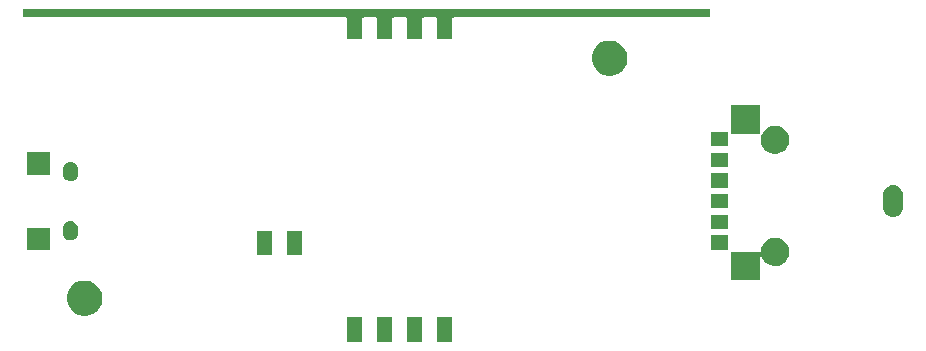
<source format=gts>
G04 #@! TF.FileFunction,Soldermask,Top*
%FSLAX46Y46*%
G04 Gerber Fmt 4.6, Leading zero omitted, Abs format (unit mm)*
G04 Created by KiCad (PCBNEW 4.0.2-stable) date 19/05/2016 18:52:09*
%MOMM*%
G01*
G04 APERTURE LIST*
%ADD10C,0.100000*%
G04 APERTURE END LIST*
D10*
G36*
X131300000Y-95680000D02*
X130000000Y-95680000D01*
X130000000Y-93580000D01*
X131300000Y-93580000D01*
X131300000Y-95680000D01*
X131300000Y-95680000D01*
G37*
G36*
X128760000Y-95680000D02*
X127460000Y-95680000D01*
X127460000Y-93580000D01*
X128760000Y-93580000D01*
X128760000Y-95680000D01*
X128760000Y-95680000D01*
G37*
G36*
X136380000Y-95680000D02*
X135080000Y-95680000D01*
X135080000Y-93580000D01*
X136380000Y-93580000D01*
X136380000Y-95680000D01*
X136380000Y-95680000D01*
G37*
G36*
X133840000Y-95680000D02*
X132540000Y-95680000D01*
X132540000Y-93580000D01*
X133840000Y-93580000D01*
X133840000Y-95680000D01*
X133840000Y-95680000D01*
G37*
G36*
X105407557Y-90470995D02*
X105695710Y-90530144D01*
X105966888Y-90644137D01*
X106210767Y-90808635D01*
X106418045Y-91017365D01*
X106580832Y-91262381D01*
X106692932Y-91534353D01*
X106749932Y-91822228D01*
X106749932Y-91822249D01*
X106750064Y-91822917D01*
X106745373Y-92158910D01*
X106745221Y-92159578D01*
X106745221Y-92159597D01*
X106680206Y-92445764D01*
X106560555Y-92714505D01*
X106390992Y-92954875D01*
X106177965Y-93157738D01*
X105929587Y-93315363D01*
X105655337Y-93421738D01*
X105365634Y-93472821D01*
X105071533Y-93466659D01*
X104784230Y-93403493D01*
X104514668Y-93285723D01*
X104273114Y-93117839D01*
X104068769Y-92906233D01*
X103909417Y-92658967D01*
X103801125Y-92385455D01*
X103748024Y-92096124D01*
X103752131Y-91801990D01*
X103813292Y-91514245D01*
X103929174Y-91243872D01*
X104095371Y-91001149D01*
X104305544Y-90795333D01*
X104551690Y-90634259D01*
X104824435Y-90524063D01*
X105113392Y-90468941D01*
X105407557Y-90470995D01*
X105407557Y-90470995D01*
G37*
G36*
X163826041Y-86850796D02*
X164056570Y-86898116D01*
X164273512Y-86989310D01*
X164468615Y-87120908D01*
X164634436Y-87287891D01*
X164764666Y-87483904D01*
X164854347Y-87701486D01*
X164899919Y-87931641D01*
X164899919Y-87931666D01*
X164900051Y-87932334D01*
X164896298Y-88201128D01*
X164896147Y-88201791D01*
X164896147Y-88201815D01*
X164844164Y-88430612D01*
X164748445Y-88645603D01*
X164612794Y-88837900D01*
X164442372Y-89000191D01*
X164243669Y-89126291D01*
X164024270Y-89211391D01*
X163792507Y-89252257D01*
X163557226Y-89247328D01*
X163327385Y-89196795D01*
X163111734Y-89102579D01*
X162918491Y-88968272D01*
X162755015Y-88798987D01*
X162627533Y-88601173D01*
X162592978Y-88513898D01*
X162579041Y-88489453D01*
X162558845Y-88469858D01*
X162533991Y-88456665D01*
X162506444Y-88450919D01*
X162478388Y-88453074D01*
X162452042Y-88462961D01*
X162429495Y-88479796D01*
X162412529Y-88502246D01*
X162402490Y-88528533D01*
X162400000Y-88550711D01*
X162400000Y-90450000D01*
X160000000Y-90450000D01*
X160000000Y-88050000D01*
X162401214Y-88050000D01*
X162429073Y-88046041D01*
X162454727Y-88034477D01*
X162476143Y-88016224D01*
X162491626Y-87992728D01*
X162499950Y-87965848D01*
X162501204Y-87951396D01*
X162501704Y-87915592D01*
X162550633Y-87685400D01*
X162643341Y-87469094D01*
X162776296Y-87274919D01*
X162944433Y-87110268D01*
X163141354Y-86981406D01*
X163359547Y-86893250D01*
X163590714Y-86849152D01*
X163826041Y-86850796D01*
X163826041Y-86850796D01*
G37*
G36*
X123680000Y-88350000D02*
X122380000Y-88350000D01*
X122380000Y-86250000D01*
X123680000Y-86250000D01*
X123680000Y-88350000D01*
X123680000Y-88350000D01*
G37*
G36*
X121140000Y-88350000D02*
X119840000Y-88350000D01*
X119840000Y-86250000D01*
X121140000Y-86250000D01*
X121140000Y-88350000D01*
X121140000Y-88350000D01*
G37*
G36*
X102300000Y-87900000D02*
X100400000Y-87900000D01*
X100400000Y-86000000D01*
X102300000Y-86000000D01*
X102300000Y-87900000D01*
X102300000Y-87900000D01*
G37*
G36*
X159700000Y-87850000D02*
X158300000Y-87850000D01*
X158300000Y-86650000D01*
X159700000Y-86650000D01*
X159700000Y-87850000D01*
X159700000Y-87850000D01*
G37*
G36*
X104185629Y-85459901D02*
X104185651Y-85459908D01*
X104185728Y-85459916D01*
X104311573Y-85498871D01*
X104427455Y-85561529D01*
X104528960Y-85645501D01*
X104612222Y-85747590D01*
X104674069Y-85863906D01*
X104712145Y-85990021D01*
X104725000Y-86121129D01*
X104725000Y-86378938D01*
X104724963Y-86384237D01*
X104724962Y-86384243D01*
X104724934Y-86388295D01*
X104710250Y-86519211D01*
X104670416Y-86644782D01*
X104606952Y-86760224D01*
X104522273Y-86861140D01*
X104419605Y-86943687D01*
X104302859Y-87004720D01*
X104176482Y-87041915D01*
X104176419Y-87041921D01*
X104176391Y-87041929D01*
X104045293Y-87053859D01*
X103914371Y-87040099D01*
X103914349Y-87040092D01*
X103914272Y-87040084D01*
X103788427Y-87001129D01*
X103672545Y-86938471D01*
X103571040Y-86854499D01*
X103487778Y-86752410D01*
X103425931Y-86636094D01*
X103387855Y-86509979D01*
X103375000Y-86378871D01*
X103375000Y-86121062D01*
X103375037Y-86115763D01*
X103375038Y-86115757D01*
X103375066Y-86111705D01*
X103389750Y-85980789D01*
X103429584Y-85855218D01*
X103493048Y-85739776D01*
X103577727Y-85638860D01*
X103680395Y-85556313D01*
X103797141Y-85495280D01*
X103923518Y-85458085D01*
X103923581Y-85458079D01*
X103923609Y-85458071D01*
X104054707Y-85446141D01*
X104185629Y-85459901D01*
X104185629Y-85459901D01*
G37*
G36*
X159700000Y-86100000D02*
X158300000Y-86100000D01*
X158300000Y-84900000D01*
X159700000Y-84900000D01*
X159700000Y-86100000D01*
X159700000Y-86100000D01*
G37*
G36*
X173870818Y-82410815D02*
X173870836Y-82410821D01*
X173870916Y-82410829D01*
X174029388Y-82459884D01*
X174175314Y-82538786D01*
X174303135Y-82644529D01*
X174407983Y-82773085D01*
X174485864Y-82919558D01*
X174533812Y-83078369D01*
X174550000Y-83243468D01*
X174550000Y-84256600D01*
X174549946Y-84264342D01*
X174549945Y-84264348D01*
X174549917Y-84268400D01*
X174531425Y-84433257D01*
X174481265Y-84591383D01*
X174401346Y-84736754D01*
X174294714Y-84863834D01*
X174165429Y-84967782D01*
X174018416Y-85044638D01*
X173859274Y-85091476D01*
X173859213Y-85091482D01*
X173859184Y-85091490D01*
X173694071Y-85106516D01*
X173529182Y-85089185D01*
X173529164Y-85089179D01*
X173529084Y-85089171D01*
X173370612Y-85040116D01*
X173224686Y-84961214D01*
X173096865Y-84855471D01*
X172992017Y-84726915D01*
X172914136Y-84580442D01*
X172866188Y-84421631D01*
X172850000Y-84256532D01*
X172850000Y-83243400D01*
X172850054Y-83235658D01*
X172850055Y-83235652D01*
X172850083Y-83231600D01*
X172868575Y-83066743D01*
X172918735Y-82908617D01*
X172998654Y-82763246D01*
X173105286Y-82636166D01*
X173234571Y-82532218D01*
X173381584Y-82455362D01*
X173540726Y-82408524D01*
X173540787Y-82408518D01*
X173540816Y-82408510D01*
X173705929Y-82393484D01*
X173870818Y-82410815D01*
X173870818Y-82410815D01*
G37*
G36*
X159700000Y-84350000D02*
X158300000Y-84350000D01*
X158300000Y-83150000D01*
X159700000Y-83150000D01*
X159700000Y-84350000D01*
X159700000Y-84350000D01*
G37*
G36*
X159700000Y-82600000D02*
X158300000Y-82600000D01*
X158300000Y-81400000D01*
X159700000Y-81400000D01*
X159700000Y-82600000D01*
X159700000Y-82600000D01*
G37*
G36*
X104185629Y-80459901D02*
X104185651Y-80459908D01*
X104185728Y-80459916D01*
X104311573Y-80498871D01*
X104427455Y-80561529D01*
X104528960Y-80645501D01*
X104612222Y-80747590D01*
X104674069Y-80863906D01*
X104712145Y-80990021D01*
X104725000Y-81121129D01*
X104725000Y-81378938D01*
X104724963Y-81384237D01*
X104724962Y-81384243D01*
X104724934Y-81388295D01*
X104710250Y-81519211D01*
X104670416Y-81644782D01*
X104606952Y-81760224D01*
X104522273Y-81861140D01*
X104419605Y-81943687D01*
X104302859Y-82004720D01*
X104176482Y-82041915D01*
X104176419Y-82041921D01*
X104176391Y-82041929D01*
X104045293Y-82053859D01*
X103914371Y-82040099D01*
X103914349Y-82040092D01*
X103914272Y-82040084D01*
X103788427Y-82001129D01*
X103672545Y-81938471D01*
X103571040Y-81854499D01*
X103487778Y-81752410D01*
X103425931Y-81636094D01*
X103387855Y-81509979D01*
X103375000Y-81378871D01*
X103375000Y-81121062D01*
X103375037Y-81115763D01*
X103375038Y-81115757D01*
X103375066Y-81111705D01*
X103389750Y-80980789D01*
X103429584Y-80855218D01*
X103493048Y-80739776D01*
X103577727Y-80638860D01*
X103680395Y-80556313D01*
X103797141Y-80495280D01*
X103923518Y-80458085D01*
X103923581Y-80458079D01*
X103923609Y-80458071D01*
X104054707Y-80446141D01*
X104185629Y-80459901D01*
X104185629Y-80459901D01*
G37*
G36*
X102300000Y-81500000D02*
X100400000Y-81500000D01*
X100400000Y-79600000D01*
X102300000Y-79600000D01*
X102300000Y-81500000D01*
X102300000Y-81500000D01*
G37*
G36*
X159700000Y-80850000D02*
X158300000Y-80850000D01*
X158300000Y-79650000D01*
X159700000Y-79650000D01*
X159700000Y-80850000D01*
X159700000Y-80850000D01*
G37*
G36*
X163826041Y-77350796D02*
X164056570Y-77398116D01*
X164273512Y-77489310D01*
X164468615Y-77620908D01*
X164634436Y-77787891D01*
X164764666Y-77983904D01*
X164854347Y-78201486D01*
X164899919Y-78431641D01*
X164899919Y-78431666D01*
X164900051Y-78432334D01*
X164896298Y-78701128D01*
X164896147Y-78701791D01*
X164896147Y-78701815D01*
X164844164Y-78930612D01*
X164748445Y-79145603D01*
X164612794Y-79337900D01*
X164442372Y-79500191D01*
X164243669Y-79626291D01*
X164024270Y-79711391D01*
X163792507Y-79752257D01*
X163557226Y-79747328D01*
X163327385Y-79696795D01*
X163111734Y-79602579D01*
X162918491Y-79468272D01*
X162755015Y-79298987D01*
X162627533Y-79101173D01*
X162540899Y-78882363D01*
X162498418Y-78650900D01*
X162501704Y-78415592D01*
X162552672Y-78175808D01*
X162552594Y-78175791D01*
X162556257Y-78162223D01*
X162555733Y-78134089D01*
X162555102Y-78132055D01*
X162563487Y-78126952D01*
X162582498Y-78106206D01*
X162591914Y-78089084D01*
X162643341Y-77969094D01*
X162776296Y-77774919D01*
X162944433Y-77610268D01*
X163141354Y-77481406D01*
X163359547Y-77393250D01*
X163590714Y-77349152D01*
X163826041Y-77350796D01*
X163826041Y-77350796D01*
G37*
G36*
X159700000Y-79100000D02*
X158300000Y-79100000D01*
X158300000Y-77900000D01*
X159700000Y-77900000D01*
X159700000Y-79100000D01*
X159700000Y-79100000D01*
G37*
G36*
X162400000Y-78049690D02*
X162400044Y-78050000D01*
X160000000Y-78050000D01*
X160000000Y-75650000D01*
X162400000Y-75650000D01*
X162400000Y-78049690D01*
X162400000Y-78049690D01*
G37*
G36*
X149857557Y-70150995D02*
X150145710Y-70210144D01*
X150416888Y-70324137D01*
X150660767Y-70488635D01*
X150868045Y-70697365D01*
X151030832Y-70942381D01*
X151142932Y-71214353D01*
X151199932Y-71502228D01*
X151199932Y-71502249D01*
X151200064Y-71502917D01*
X151195373Y-71838910D01*
X151195221Y-71839578D01*
X151195221Y-71839597D01*
X151130206Y-72125764D01*
X151010555Y-72394505D01*
X150840992Y-72634875D01*
X150627965Y-72837738D01*
X150379587Y-72995363D01*
X150105337Y-73101738D01*
X149815634Y-73152821D01*
X149521533Y-73146659D01*
X149234230Y-73083493D01*
X148964668Y-72965723D01*
X148723114Y-72797839D01*
X148518769Y-72586233D01*
X148359417Y-72338967D01*
X148251125Y-72065455D01*
X148198024Y-71776124D01*
X148202131Y-71481990D01*
X148263292Y-71194245D01*
X148379174Y-70923872D01*
X148545371Y-70681149D01*
X148755544Y-70475333D01*
X149001690Y-70314259D01*
X149274435Y-70204063D01*
X149563392Y-70148941D01*
X149857557Y-70150995D01*
X149857557Y-70150995D01*
G37*
G36*
X158200000Y-68200000D02*
X136480000Y-68200000D01*
X136452141Y-68203959D01*
X136426487Y-68215523D01*
X136405071Y-68233776D01*
X136389588Y-68257272D01*
X136381264Y-68284152D01*
X136380000Y-68300000D01*
X136380000Y-69990000D01*
X135080000Y-69990000D01*
X135080000Y-68300000D01*
X135076041Y-68272141D01*
X135064477Y-68246487D01*
X135046224Y-68225071D01*
X135022728Y-68209588D01*
X134995848Y-68201264D01*
X134980000Y-68200000D01*
X133940000Y-68200000D01*
X133912141Y-68203959D01*
X133886487Y-68215523D01*
X133865071Y-68233776D01*
X133849588Y-68257272D01*
X133841264Y-68284152D01*
X133840000Y-68300000D01*
X133840000Y-69990000D01*
X132540000Y-69990000D01*
X132540000Y-68300000D01*
X132536041Y-68272141D01*
X132524477Y-68246487D01*
X132506224Y-68225071D01*
X132482728Y-68209588D01*
X132455848Y-68201264D01*
X132440000Y-68200000D01*
X131400000Y-68200000D01*
X131372141Y-68203959D01*
X131346487Y-68215523D01*
X131325071Y-68233776D01*
X131309588Y-68257272D01*
X131301264Y-68284152D01*
X131300000Y-68300000D01*
X131300000Y-69990000D01*
X130000000Y-69990000D01*
X130000000Y-68300000D01*
X129996041Y-68272141D01*
X129984477Y-68246487D01*
X129966224Y-68225071D01*
X129942728Y-68209588D01*
X129915848Y-68201264D01*
X129900000Y-68200000D01*
X128860000Y-68200000D01*
X128832141Y-68203959D01*
X128806487Y-68215523D01*
X128785071Y-68233776D01*
X128769588Y-68257272D01*
X128761264Y-68284152D01*
X128760000Y-68300000D01*
X128760000Y-69990000D01*
X127460000Y-69990000D01*
X127460000Y-68300000D01*
X127456041Y-68272141D01*
X127444477Y-68246487D01*
X127426224Y-68225071D01*
X127402728Y-68209588D01*
X127375848Y-68201264D01*
X127360000Y-68200000D01*
X100000000Y-68200000D01*
X100000000Y-67500000D01*
X158200000Y-67500000D01*
X158200000Y-68200000D01*
X158200000Y-68200000D01*
G37*
M02*

</source>
